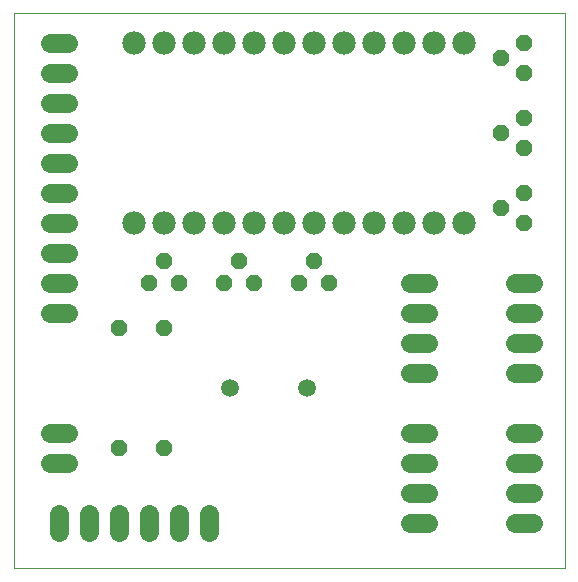
<source format=gts>
G75*
%MOIN*%
%OFA0B0*%
%FSLAX25Y25*%
%IPPOS*%
%LPD*%
%AMOC8*
5,1,8,0,0,1.08239X$1,22.5*
%
%ADD10C,0.00000*%
%ADD11OC8,0.05600*%
%ADD12C,0.05943*%
%ADD13C,0.07800*%
%ADD14C,0.06400*%
D10*
X0001800Y0001800D02*
X0001800Y0186761D01*
X0185501Y0186761D01*
X0185501Y0001800D01*
X0001800Y0001800D01*
D11*
X0036800Y0041800D03*
X0051800Y0041800D03*
X0051800Y0081800D03*
X0036800Y0081800D03*
X0046800Y0096800D03*
X0051800Y0104300D03*
X0056800Y0096800D03*
X0071800Y0096800D03*
X0076800Y0104300D03*
X0081800Y0096800D03*
X0096800Y0096800D03*
X0101800Y0104300D03*
X0106800Y0096800D03*
X0164300Y0121800D03*
X0171800Y0116800D03*
X0171800Y0126800D03*
X0171800Y0141800D03*
X0164300Y0146800D03*
X0171800Y0151800D03*
X0171800Y0166800D03*
X0164300Y0171800D03*
X0171800Y0176800D03*
D12*
X0099595Y0061800D03*
X0074005Y0061800D03*
D13*
X0071800Y0116800D03*
X0081800Y0116800D03*
X0091800Y0116800D03*
X0101800Y0116800D03*
X0111800Y0116800D03*
X0121800Y0116800D03*
X0131800Y0116800D03*
X0141800Y0116800D03*
X0151800Y0116800D03*
X0151800Y0176800D03*
X0141800Y0176800D03*
X0131800Y0176800D03*
X0121800Y0176800D03*
X0111800Y0176800D03*
X0101800Y0176800D03*
X0091800Y0176800D03*
X0081800Y0176800D03*
X0071800Y0176800D03*
X0061800Y0176800D03*
X0051800Y0176800D03*
X0041800Y0176800D03*
X0041800Y0116800D03*
X0051800Y0116800D03*
X0061800Y0116800D03*
D14*
X0019800Y0116800D02*
X0013800Y0116800D01*
X0013800Y0106800D02*
X0019800Y0106800D01*
X0019800Y0096800D02*
X0013800Y0096800D01*
X0013800Y0086800D02*
X0019800Y0086800D01*
X0019800Y0126800D02*
X0013800Y0126800D01*
X0013800Y0136800D02*
X0019800Y0136800D01*
X0019800Y0146800D02*
X0013800Y0146800D01*
X0013800Y0156800D02*
X0019800Y0156800D01*
X0019800Y0166800D02*
X0013800Y0166800D01*
X0013800Y0176800D02*
X0019800Y0176800D01*
X0133800Y0096800D02*
X0139800Y0096800D01*
X0139800Y0086800D02*
X0133800Y0086800D01*
X0133800Y0076800D02*
X0139800Y0076800D01*
X0139800Y0066800D02*
X0133800Y0066800D01*
X0133800Y0046800D02*
X0139800Y0046800D01*
X0139800Y0036800D02*
X0133800Y0036800D01*
X0133800Y0026800D02*
X0139800Y0026800D01*
X0139800Y0016800D02*
X0133800Y0016800D01*
X0168800Y0016800D02*
X0174800Y0016800D01*
X0174800Y0026800D02*
X0168800Y0026800D01*
X0168800Y0036800D02*
X0174800Y0036800D01*
X0174800Y0046800D02*
X0168800Y0046800D01*
X0168800Y0066800D02*
X0174800Y0066800D01*
X0174800Y0076800D02*
X0168800Y0076800D01*
X0168800Y0086800D02*
X0174800Y0086800D01*
X0174800Y0096800D02*
X0168800Y0096800D01*
X0066800Y0019800D02*
X0066800Y0013800D01*
X0056800Y0013800D02*
X0056800Y0019800D01*
X0046800Y0019800D02*
X0046800Y0013800D01*
X0036800Y0013800D02*
X0036800Y0019800D01*
X0026800Y0019800D02*
X0026800Y0013800D01*
X0016800Y0013800D02*
X0016800Y0019800D01*
X0013800Y0036800D02*
X0019800Y0036800D01*
X0019800Y0046800D02*
X0013800Y0046800D01*
M02*

</source>
